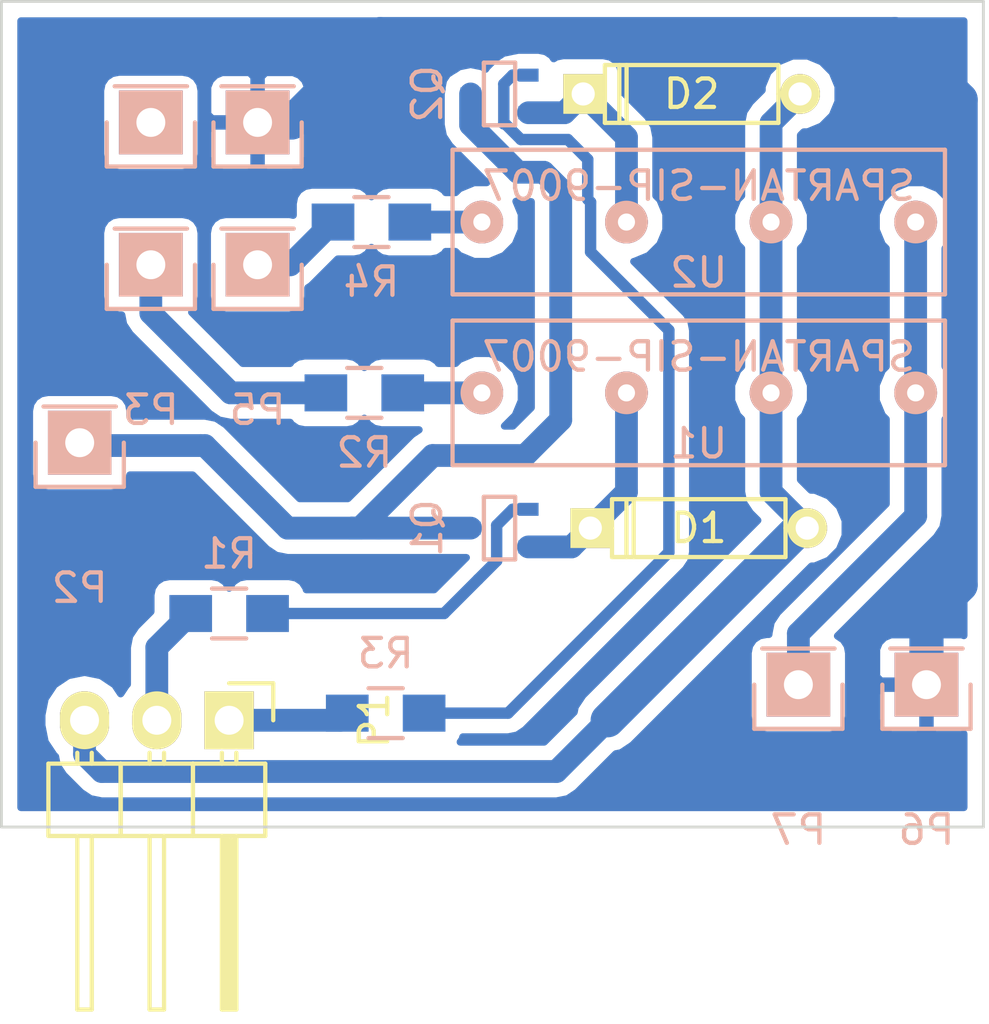
<source format=kicad_pcb>
(kicad_pcb (version 4) (host pcbnew "(after 2015-may-25 BZR unknown)-product")

  (general
    (links 21)
    (no_connects 0)
    (area 141.949999 94.949999 176.550001 124.050001)
    (thickness 1.6)
    (drawings 4)
    (tracks 83)
    (zones 0)
    (modules 18)
    (nets 15)
  )

  (page A4)
  (layers
    (0 F.Cu signal)
    (31 B.Cu signal)
    (32 B.Adhes user)
    (33 F.Adhes user)
    (34 B.Paste user)
    (35 F.Paste user)
    (36 B.SilkS user)
    (37 F.SilkS user)
    (38 B.Mask user)
    (39 F.Mask user)
    (40 Dwgs.User user)
    (41 Cmts.User user)
    (42 Eco1.User user)
    (43 Eco2.User user)
    (44 Edge.Cuts user)
    (45 Margin user)
    (46 B.CrtYd user)
    (47 F.CrtYd user)
    (48 B.Fab user)
    (49 F.Fab user)
  )

  (setup
    (last_trace_width 0.8)
    (user_trace_width 0.8)
    (user_trace_width 1.2)
    (trace_clearance 0.2)
    (zone_clearance 0.508)
    (zone_45_only no)
    (trace_min 0.2)
    (segment_width 0.2)
    (edge_width 0.1)
    (via_size 0.6)
    (via_drill 0.4)
    (via_min_size 0.4)
    (via_min_drill 0.3)
    (uvia_size 0.3)
    (uvia_drill 0.1)
    (uvias_allowed no)
    (uvia_min_size 0.2)
    (uvia_min_drill 0.1)
    (pcb_text_width 0.3)
    (pcb_text_size 1.5 1.5)
    (mod_edge_width 0.15)
    (mod_text_size 1 1)
    (mod_text_width 0.15)
    (pad_size 1.5 1.5)
    (pad_drill 0.6)
    (pad_to_mask_clearance 0)
    (aux_axis_origin 0 0)
    (visible_elements 7FFFFFFF)
    (pcbplotparams
      (layerselection 0x00030_80000001)
      (usegerberextensions false)
      (excludeedgelayer true)
      (linewidth 0.100000)
      (plotframeref false)
      (viasonmask false)
      (mode 1)
      (useauxorigin false)
      (hpglpennumber 1)
      (hpglpenspeed 20)
      (hpglpendiameter 15)
      (hpglpenoverlay 2)
      (psnegative false)
      (psa4output false)
      (plotreference true)
      (plotvalue true)
      (plotinvisibletext false)
      (padsonsilk false)
      (subtractmaskfromsilk false)
      (outputformat 1)
      (mirror false)
      (drillshape 1)
      (scaleselection 1)
      (outputdirectory svg))
  )

  (net 0 "")
  (net 1 "Net-(D1-Pad1)")
  (net 2 GND)
  (net 3 "Net-(D2-Pad1)")
  (net 4 /probeEn)
  (net 5 /workEn)
  (net 6 +12V)
  (net 7 /workI)
  (net 8 GNDA)
  (net 9 /probeI)
  (net 10 "Net-(P7-Pad1)")
  (net 11 "Net-(Q1-Pad1)")
  (net 12 "Net-(Q2-Pad1)")
  (net 13 "Net-(R2-Pad2)")
  (net 14 "Net-(R4-Pad2)")

  (net_class Default "This is the default net class."
    (clearance 0.2)
    (trace_width 0.4)
    (via_dia 0.6)
    (via_drill 0.4)
    (uvia_dia 0.3)
    (uvia_drill 0.1)
    (add_net +12V)
    (add_net /probeEn)
    (add_net /probeI)
    (add_net /workEn)
    (add_net /workI)
    (add_net GND)
    (add_net GNDA)
    (add_net "Net-(D1-Pad1)")
    (add_net "Net-(D2-Pad1)")
    (add_net "Net-(P7-Pad1)")
    (add_net "Net-(Q1-Pad1)")
    (add_net "Net-(Q2-Pad1)")
    (add_net "Net-(R2-Pad2)")
    (add_net "Net-(R4-Pad2)")
  )

  (module Discret:D3 (layer F.Cu) (tedit 0) (tstamp 55D624AC)
    (at 166.5 113.5 180)
    (descr "Diode 3 pas")
    (tags "DIODE DEV")
    (path /55D6588A)
    (fp_text reference D1 (at 0 0 180) (layer F.SilkS)
      (effects (font (size 1 1) (thickness 0.15)))
    )
    (fp_text value 1n5819 (at 0 0 180) (layer F.Fab)
      (effects (font (size 1 1) (thickness 0.15)))
    )
    (fp_line (start 3.81 0) (end 3.048 0) (layer F.SilkS) (width 0.15))
    (fp_line (start 3.048 0) (end 3.048 -1.016) (layer F.SilkS) (width 0.15))
    (fp_line (start 3.048 -1.016) (end -3.048 -1.016) (layer F.SilkS) (width 0.15))
    (fp_line (start -3.048 -1.016) (end -3.048 0) (layer F.SilkS) (width 0.15))
    (fp_line (start -3.048 0) (end -3.81 0) (layer F.SilkS) (width 0.15))
    (fp_line (start -3.048 0) (end -3.048 1.016) (layer F.SilkS) (width 0.15))
    (fp_line (start -3.048 1.016) (end 3.048 1.016) (layer F.SilkS) (width 0.15))
    (fp_line (start 3.048 1.016) (end 3.048 0) (layer F.SilkS) (width 0.15))
    (fp_line (start 2.54 -1.016) (end 2.54 1.016) (layer F.SilkS) (width 0.15))
    (fp_line (start 2.286 1.016) (end 2.286 -1.016) (layer F.SilkS) (width 0.15))
    (pad 1 thru_hole rect (at 3.81 0 180) (size 1.397 1.397) (drill 0.8128) (layers *.Cu *.Mask F.SilkS)
      (net 1 "Net-(D1-Pad1)"))
    (pad 2 thru_hole circle (at -3.81 0 180) (size 1.397 1.397) (drill 0.8128) (layers *.Cu *.Mask F.SilkS)
      (net 2 GND))
    (model Discret.3dshapes/D3.wrl
      (at (xyz 0 0 0))
      (scale (xyz 0.3 0.3 0.3))
      (rotate (xyz 0 0 0))
    )
  )

  (module Discret:D3 (layer F.Cu) (tedit 0) (tstamp 55D624B2)
    (at 166.25 98.25 180)
    (descr "Diode 3 pas")
    (tags "DIODE DEV")
    (path /55D65E48)
    (fp_text reference D2 (at 0 0 180) (layer F.SilkS)
      (effects (font (size 1 1) (thickness 0.15)))
    )
    (fp_text value 1n5819 (at 0 0 180) (layer F.Fab)
      (effects (font (size 1 1) (thickness 0.15)))
    )
    (fp_line (start 3.81 0) (end 3.048 0) (layer F.SilkS) (width 0.15))
    (fp_line (start 3.048 0) (end 3.048 -1.016) (layer F.SilkS) (width 0.15))
    (fp_line (start 3.048 -1.016) (end -3.048 -1.016) (layer F.SilkS) (width 0.15))
    (fp_line (start -3.048 -1.016) (end -3.048 0) (layer F.SilkS) (width 0.15))
    (fp_line (start -3.048 0) (end -3.81 0) (layer F.SilkS) (width 0.15))
    (fp_line (start -3.048 0) (end -3.048 1.016) (layer F.SilkS) (width 0.15))
    (fp_line (start -3.048 1.016) (end 3.048 1.016) (layer F.SilkS) (width 0.15))
    (fp_line (start 3.048 1.016) (end 3.048 0) (layer F.SilkS) (width 0.15))
    (fp_line (start 2.54 -1.016) (end 2.54 1.016) (layer F.SilkS) (width 0.15))
    (fp_line (start 2.286 1.016) (end 2.286 -1.016) (layer F.SilkS) (width 0.15))
    (pad 1 thru_hole rect (at 3.81 0 180) (size 1.397 1.397) (drill 0.8128) (layers *.Cu *.Mask F.SilkS)
      (net 3 "Net-(D2-Pad1)"))
    (pad 2 thru_hole circle (at -3.81 0 180) (size 1.397 1.397) (drill 0.8128) (layers *.Cu *.Mask F.SilkS)
      (net 2 GND))
    (model Discret.3dshapes/D3.wrl
      (at (xyz 0 0 0))
      (scale (xyz 0.3 0.3 0.3))
      (rotate (xyz 0 0 0))
    )
  )

  (module Pin_Headers:Pin_Header_Angled_1x03 (layer F.Cu) (tedit 0) (tstamp 55D624B9)
    (at 150 120.25 270)
    (descr "Through hole pin header")
    (tags "pin header")
    (path /55D66221)
    (fp_text reference P1 (at 0 -5.1 270) (layer F.SilkS)
      (effects (font (size 1 1) (thickness 0.15)))
    )
    (fp_text value CONN_01X03 (at 0 -3.1 270) (layer F.Fab)
      (effects (font (size 1 1) (thickness 0.15)))
    )
    (fp_line (start -1.5 -1.75) (end -1.5 6.85) (layer F.CrtYd) (width 0.05))
    (fp_line (start 10.65 -1.75) (end 10.65 6.85) (layer F.CrtYd) (width 0.05))
    (fp_line (start -1.5 -1.75) (end 10.65 -1.75) (layer F.CrtYd) (width 0.05))
    (fp_line (start -1.5 6.85) (end 10.65 6.85) (layer F.CrtYd) (width 0.05))
    (fp_line (start -1.3 -1.55) (end -1.3 0) (layer F.SilkS) (width 0.15))
    (fp_line (start 0 -1.55) (end -1.3 -1.55) (layer F.SilkS) (width 0.15))
    (fp_line (start 4.191 -0.127) (end 10.033 -0.127) (layer F.SilkS) (width 0.15))
    (fp_line (start 10.033 -0.127) (end 10.033 0.127) (layer F.SilkS) (width 0.15))
    (fp_line (start 10.033 0.127) (end 4.191 0.127) (layer F.SilkS) (width 0.15))
    (fp_line (start 4.191 0.127) (end 4.191 0) (layer F.SilkS) (width 0.15))
    (fp_line (start 4.191 0) (end 10.033 0) (layer F.SilkS) (width 0.15))
    (fp_line (start 1.524 -0.254) (end 1.143 -0.254) (layer F.SilkS) (width 0.15))
    (fp_line (start 1.524 0.254) (end 1.143 0.254) (layer F.SilkS) (width 0.15))
    (fp_line (start 1.524 2.286) (end 1.143 2.286) (layer F.SilkS) (width 0.15))
    (fp_line (start 1.524 2.794) (end 1.143 2.794) (layer F.SilkS) (width 0.15))
    (fp_line (start 1.524 4.826) (end 1.143 4.826) (layer F.SilkS) (width 0.15))
    (fp_line (start 1.524 5.334) (end 1.143 5.334) (layer F.SilkS) (width 0.15))
    (fp_line (start 4.064 1.27) (end 4.064 -1.27) (layer F.SilkS) (width 0.15))
    (fp_line (start 10.16 0.254) (end 4.064 0.254) (layer F.SilkS) (width 0.15))
    (fp_line (start 10.16 -0.254) (end 10.16 0.254) (layer F.SilkS) (width 0.15))
    (fp_line (start 4.064 -0.254) (end 10.16 -0.254) (layer F.SilkS) (width 0.15))
    (fp_line (start 1.524 1.27) (end 4.064 1.27) (layer F.SilkS) (width 0.15))
    (fp_line (start 1.524 -1.27) (end 1.524 1.27) (layer F.SilkS) (width 0.15))
    (fp_line (start 1.524 -1.27) (end 4.064 -1.27) (layer F.SilkS) (width 0.15))
    (fp_line (start 1.524 3.81) (end 4.064 3.81) (layer F.SilkS) (width 0.15))
    (fp_line (start 1.524 3.81) (end 1.524 6.35) (layer F.SilkS) (width 0.15))
    (fp_line (start 4.064 4.826) (end 10.16 4.826) (layer F.SilkS) (width 0.15))
    (fp_line (start 10.16 4.826) (end 10.16 5.334) (layer F.SilkS) (width 0.15))
    (fp_line (start 10.16 5.334) (end 4.064 5.334) (layer F.SilkS) (width 0.15))
    (fp_line (start 4.064 6.35) (end 4.064 3.81) (layer F.SilkS) (width 0.15))
    (fp_line (start 4.064 3.81) (end 4.064 1.27) (layer F.SilkS) (width 0.15))
    (fp_line (start 10.16 2.794) (end 4.064 2.794) (layer F.SilkS) (width 0.15))
    (fp_line (start 10.16 2.286) (end 10.16 2.794) (layer F.SilkS) (width 0.15))
    (fp_line (start 4.064 2.286) (end 10.16 2.286) (layer F.SilkS) (width 0.15))
    (fp_line (start 1.524 3.81) (end 4.064 3.81) (layer F.SilkS) (width 0.15))
    (fp_line (start 1.524 1.27) (end 1.524 3.81) (layer F.SilkS) (width 0.15))
    (fp_line (start 1.524 1.27) (end 4.064 1.27) (layer F.SilkS) (width 0.15))
    (fp_line (start 1.524 6.35) (end 4.064 6.35) (layer F.SilkS) (width 0.15))
    (pad 1 thru_hole rect (at 0 0 270) (size 2.032 1.7272) (drill 1.016) (layers *.Cu *.Mask F.SilkS)
      (net 4 /probeEn))
    (pad 2 thru_hole oval (at 0 2.54 270) (size 2.032 1.7272) (drill 1.016) (layers *.Cu *.Mask F.SilkS)
      (net 5 /workEn))
    (pad 3 thru_hole oval (at 0 5.08 270) (size 2.032 1.7272) (drill 1.016) (layers *.Cu *.Mask F.SilkS)
      (net 2 GND))
    (model Pin_Headers.3dshapes/Pin_Header_Angled_1x03.wrl
      (at (xyz 0 -0.1 0))
      (scale (xyz 1 1 1))
      (rotate (xyz 0 0 90))
    )
  )

  (module Pin_Headers:Pin_Header_Straight_1x01 (layer B.Cu) (tedit 54EA08DC) (tstamp 55D624BE)
    (at 144.75 110.5)
    (descr "Through hole pin header")
    (tags "pin header")
    (path /55D66996)
    (fp_text reference P2 (at 0 5.1) (layer B.SilkS)
      (effects (font (size 1 1) (thickness 0.15)) (justify mirror))
    )
    (fp_text value 12V (at 0 3.1) (layer B.Fab)
      (effects (font (size 1 1) (thickness 0.15)) (justify mirror))
    )
    (fp_line (start 1.55 1.55) (end 1.55 0) (layer B.SilkS) (width 0.15))
    (fp_line (start -1.75 1.75) (end -1.75 -1.75) (layer B.CrtYd) (width 0.05))
    (fp_line (start 1.75 1.75) (end 1.75 -1.75) (layer B.CrtYd) (width 0.05))
    (fp_line (start -1.75 1.75) (end 1.75 1.75) (layer B.CrtYd) (width 0.05))
    (fp_line (start -1.75 -1.75) (end 1.75 -1.75) (layer B.CrtYd) (width 0.05))
    (fp_line (start -1.55 0) (end -1.55 1.55) (layer B.SilkS) (width 0.15))
    (fp_line (start -1.55 1.55) (end 1.55 1.55) (layer B.SilkS) (width 0.15))
    (fp_line (start -1.27 -1.27) (end 1.27 -1.27) (layer B.SilkS) (width 0.15))
    (pad 1 thru_hole rect (at 0 0) (size 2.2352 2.2352) (drill 1.016) (layers *.Cu *.Mask B.SilkS)
      (net 6 +12V))
    (model Pin_Headers.3dshapes/Pin_Header_Straight_1x01.wrl
      (at (xyz 0 0 0))
      (scale (xyz 1 1 1))
      (rotate (xyz 0 0 90))
    )
  )

  (module Pin_Headers:Pin_Header_Straight_1x01 (layer B.Cu) (tedit 55D6259C) (tstamp 55D624C3)
    (at 147.25 104.25)
    (descr "Through hole pin header")
    (tags "pin header")
    (path /55D6706D)
    (fp_text reference P3 (at 0 5.1) (layer B.SilkS)
      (effects (font (size 1 1) (thickness 0.15)) (justify mirror))
    )
    (fp_text value work (at 0 -2.5) (layer B.Fab)
      (effects (font (size 1 1) (thickness 0.15)) (justify mirror))
    )
    (fp_line (start 1.55 1.55) (end 1.55 0) (layer B.SilkS) (width 0.15))
    (fp_line (start -1.75 1.75) (end -1.75 -1.75) (layer B.CrtYd) (width 0.05))
    (fp_line (start 1.75 1.75) (end 1.75 -1.75) (layer B.CrtYd) (width 0.05))
    (fp_line (start -1.75 1.75) (end 1.75 1.75) (layer B.CrtYd) (width 0.05))
    (fp_line (start -1.75 -1.75) (end 1.75 -1.75) (layer B.CrtYd) (width 0.05))
    (fp_line (start -1.55 0) (end -1.55 1.55) (layer B.SilkS) (width 0.15))
    (fp_line (start -1.55 1.55) (end 1.55 1.55) (layer B.SilkS) (width 0.15))
    (fp_line (start -1.27 -1.27) (end 1.27 -1.27) (layer B.SilkS) (width 0.15))
    (pad 1 thru_hole rect (at 0 0) (size 2.2352 2.2352) (drill 1.016) (layers *.Cu *.Mask B.SilkS)
      (net 7 /workI))
    (model Pin_Headers.3dshapes/Pin_Header_Straight_1x01.wrl
      (at (xyz 0 0 0))
      (scale (xyz 1 1 1))
      (rotate (xyz 0 0 90))
    )
  )

  (module Pin_Headers:Pin_Header_Straight_1x01 (layer B.Cu) (tedit 55D6259F) (tstamp 55D624C8)
    (at 147.25 99.25)
    (descr "Through hole pin header")
    (tags "pin header")
    (path /55D67DA9)
    (fp_text reference P4 (at 0 5.1) (layer B.SilkS)
      (effects (font (size 1 1) (thickness 0.15)) (justify mirror))
    )
    (fp_text value work (at 0.25 -2.25) (layer B.Fab)
      (effects (font (size 1 1) (thickness 0.15)) (justify mirror))
    )
    (fp_line (start 1.55 1.55) (end 1.55 0) (layer B.SilkS) (width 0.15))
    (fp_line (start -1.75 1.75) (end -1.75 -1.75) (layer B.CrtYd) (width 0.05))
    (fp_line (start 1.75 1.75) (end 1.75 -1.75) (layer B.CrtYd) (width 0.05))
    (fp_line (start -1.75 1.75) (end 1.75 1.75) (layer B.CrtYd) (width 0.05))
    (fp_line (start -1.75 -1.75) (end 1.75 -1.75) (layer B.CrtYd) (width 0.05))
    (fp_line (start -1.55 0) (end -1.55 1.55) (layer B.SilkS) (width 0.15))
    (fp_line (start -1.55 1.55) (end 1.55 1.55) (layer B.SilkS) (width 0.15))
    (fp_line (start -1.27 -1.27) (end 1.27 -1.27) (layer B.SilkS) (width 0.15))
    (pad 1 thru_hole rect (at 0 0) (size 2.2352 2.2352) (drill 1.016) (layers *.Cu *.Mask B.SilkS))
    (model Pin_Headers.3dshapes/Pin_Header_Straight_1x01.wrl
      (at (xyz 0 0 0))
      (scale (xyz 1 1 1))
      (rotate (xyz 0 0 90))
    )
  )

  (module Pin_Headers:Pin_Header_Straight_1x01 (layer B.Cu) (tedit 54EA08DC) (tstamp 55D624CD)
    (at 151 104.25)
    (descr "Through hole pin header")
    (tags "pin header")
    (path /55D67304)
    (fp_text reference P5 (at 0 5.1) (layer B.SilkS)
      (effects (font (size 1 1) (thickness 0.15)) (justify mirror))
    )
    (fp_text value probe (at 0 3.1) (layer B.Fab)
      (effects (font (size 1 1) (thickness 0.15)) (justify mirror))
    )
    (fp_line (start 1.55 1.55) (end 1.55 0) (layer B.SilkS) (width 0.15))
    (fp_line (start -1.75 1.75) (end -1.75 -1.75) (layer B.CrtYd) (width 0.05))
    (fp_line (start 1.75 1.75) (end 1.75 -1.75) (layer B.CrtYd) (width 0.05))
    (fp_line (start -1.75 1.75) (end 1.75 1.75) (layer B.CrtYd) (width 0.05))
    (fp_line (start -1.75 -1.75) (end 1.75 -1.75) (layer B.CrtYd) (width 0.05))
    (fp_line (start -1.55 0) (end -1.55 1.55) (layer B.SilkS) (width 0.15))
    (fp_line (start -1.55 1.55) (end 1.55 1.55) (layer B.SilkS) (width 0.15))
    (fp_line (start -1.27 -1.27) (end 1.27 -1.27) (layer B.SilkS) (width 0.15))
    (pad 1 thru_hole rect (at 0 0) (size 2.2352 2.2352) (drill 1.016) (layers *.Cu *.Mask B.SilkS)
      (net 9 /probeI))
    (model Pin_Headers.3dshapes/Pin_Header_Straight_1x01.wrl
      (at (xyz 0 0 0))
      (scale (xyz 1 1 1))
      (rotate (xyz 0 0 90))
    )
  )

  (module Pin_Headers:Pin_Header_Straight_1x01 (layer B.Cu) (tedit 54EA08DC) (tstamp 55D624D2)
    (at 174.5 119)
    (descr "Through hole pin header")
    (tags "pin header")
    (path /55D67E61)
    (fp_text reference P6 (at 0 5.1) (layer B.SilkS)
      (effects (font (size 1 1) (thickness 0.15)) (justify mirror))
    )
    (fp_text value probe (at 0 3.1) (layer B.Fab)
      (effects (font (size 1 1) (thickness 0.15)) (justify mirror))
    )
    (fp_line (start 1.55 1.55) (end 1.55 0) (layer B.SilkS) (width 0.15))
    (fp_line (start -1.75 1.75) (end -1.75 -1.75) (layer B.CrtYd) (width 0.05))
    (fp_line (start 1.75 1.75) (end 1.75 -1.75) (layer B.CrtYd) (width 0.05))
    (fp_line (start -1.75 1.75) (end 1.75 1.75) (layer B.CrtYd) (width 0.05))
    (fp_line (start -1.75 -1.75) (end 1.75 -1.75) (layer B.CrtYd) (width 0.05))
    (fp_line (start -1.55 0) (end -1.55 1.55) (layer B.SilkS) (width 0.15))
    (fp_line (start -1.55 1.55) (end 1.55 1.55) (layer B.SilkS) (width 0.15))
    (fp_line (start -1.27 -1.27) (end 1.27 -1.27) (layer B.SilkS) (width 0.15))
    (pad 1 thru_hole rect (at 0 0) (size 2.2352 2.2352) (drill 1.016) (layers *.Cu *.Mask B.SilkS)
      (net 8 GNDA))
    (model Pin_Headers.3dshapes/Pin_Header_Straight_1x01.wrl
      (at (xyz 0 0 0))
      (scale (xyz 1 1 1))
      (rotate (xyz 0 0 90))
    )
  )

  (module Pin_Headers:Pin_Header_Straight_1x01 (layer B.Cu) (tedit 54EA08DC) (tstamp 55D624D7)
    (at 170 119)
    (descr "Through hole pin header")
    (tags "pin header")
    (path /55D65E7F)
    (fp_text reference P7 (at 0 5.1) (layer B.SilkS)
      (effects (font (size 1 1) (thickness 0.15)) (justify mirror))
    )
    (fp_text value output (at 0 3.1) (layer B.Fab)
      (effects (font (size 1 1) (thickness 0.15)) (justify mirror))
    )
    (fp_line (start 1.55 1.55) (end 1.55 0) (layer B.SilkS) (width 0.15))
    (fp_line (start -1.75 1.75) (end -1.75 -1.75) (layer B.CrtYd) (width 0.05))
    (fp_line (start 1.75 1.75) (end 1.75 -1.75) (layer B.CrtYd) (width 0.05))
    (fp_line (start -1.75 1.75) (end 1.75 1.75) (layer B.CrtYd) (width 0.05))
    (fp_line (start -1.75 -1.75) (end 1.75 -1.75) (layer B.CrtYd) (width 0.05))
    (fp_line (start -1.55 0) (end -1.55 1.55) (layer B.SilkS) (width 0.15))
    (fp_line (start -1.55 1.55) (end 1.55 1.55) (layer B.SilkS) (width 0.15))
    (fp_line (start -1.27 -1.27) (end 1.27 -1.27) (layer B.SilkS) (width 0.15))
    (pad 1 thru_hole rect (at 0 0) (size 2.2352 2.2352) (drill 1.016) (layers *.Cu *.Mask B.SilkS)
      (net 10 "Net-(P7-Pad1)"))
    (model Pin_Headers.3dshapes/Pin_Header_Straight_1x01.wrl
      (at (xyz 0 0 0))
      (scale (xyz 1 1 1))
      (rotate (xyz 0 0 90))
    )
  )

  (module Pin_Headers:Pin_Header_Straight_1x01 (layer B.Cu) (tedit 54EA08DC) (tstamp 55D624DC)
    (at 151 99.25)
    (descr "Through hole pin header")
    (tags "pin header")
    (path /55D6A2FA)
    (fp_text reference P8 (at 0 5.1) (layer B.SilkS)
      (effects (font (size 1 1) (thickness 0.15)) (justify mirror))
    )
    (fp_text value "output gnd" (at 0 3.1) (layer B.Fab)
      (effects (font (size 1 1) (thickness 0.15)) (justify mirror))
    )
    (fp_line (start 1.55 1.55) (end 1.55 0) (layer B.SilkS) (width 0.15))
    (fp_line (start -1.75 1.75) (end -1.75 -1.75) (layer B.CrtYd) (width 0.05))
    (fp_line (start 1.75 1.75) (end 1.75 -1.75) (layer B.CrtYd) (width 0.05))
    (fp_line (start -1.75 1.75) (end 1.75 1.75) (layer B.CrtYd) (width 0.05))
    (fp_line (start -1.75 -1.75) (end 1.75 -1.75) (layer B.CrtYd) (width 0.05))
    (fp_line (start -1.55 0) (end -1.55 1.55) (layer B.SilkS) (width 0.15))
    (fp_line (start -1.55 1.55) (end 1.55 1.55) (layer B.SilkS) (width 0.15))
    (fp_line (start -1.27 -1.27) (end 1.27 -1.27) (layer B.SilkS) (width 0.15))
    (pad 1 thru_hole rect (at 0 0) (size 2.2352 2.2352) (drill 1.016) (layers *.Cu *.Mask B.SilkS)
      (net 8 GNDA))
    (model Pin_Headers.3dshapes/Pin_Header_Straight_1x01.wrl
      (at (xyz 0 0 0))
      (scale (xyz 1 1 1))
      (rotate (xyz 0 0 90))
    )
  )

  (module Resistors_SMD:R_0805_HandSoldering (layer B.Cu) (tedit 54189DEE) (tstamp 55D624F0)
    (at 150 116.5 180)
    (descr "Resistor SMD 0805, hand soldering")
    (tags "resistor 0805")
    (path /55D65B50)
    (attr smd)
    (fp_text reference R1 (at 0 2.1 180) (layer B.SilkS)
      (effects (font (size 1 1) (thickness 0.15)) (justify mirror))
    )
    (fp_text value "1k 5%" (at 0 -2.1 180) (layer B.Fab)
      (effects (font (size 1 1) (thickness 0.15)) (justify mirror))
    )
    (fp_line (start -2.4 1) (end 2.4 1) (layer B.CrtYd) (width 0.05))
    (fp_line (start -2.4 -1) (end 2.4 -1) (layer B.CrtYd) (width 0.05))
    (fp_line (start -2.4 1) (end -2.4 -1) (layer B.CrtYd) (width 0.05))
    (fp_line (start 2.4 1) (end 2.4 -1) (layer B.CrtYd) (width 0.05))
    (fp_line (start 0.6 -0.875) (end -0.6 -0.875) (layer B.SilkS) (width 0.15))
    (fp_line (start -0.6 0.875) (end 0.6 0.875) (layer B.SilkS) (width 0.15))
    (pad 1 smd rect (at -1.35 0 180) (size 1.5 1.3) (layers B.Cu B.Paste B.Mask)
      (net 11 "Net-(Q1-Pad1)"))
    (pad 2 smd rect (at 1.35 0 180) (size 1.5 1.3) (layers B.Cu B.Paste B.Mask)
      (net 5 /workEn))
    (model Resistors_SMD.3dshapes/R_0805_HandSoldering.wrl
      (at (xyz 0 0 0))
      (scale (xyz 1 1 1))
      (rotate (xyz 0 0 0))
    )
  )

  (module Resistors_SMD:R_0805_HandSoldering (layer B.Cu) (tedit 54189DEE) (tstamp 55D624F6)
    (at 154.75 108.75)
    (descr "Resistor SMD 0805, hand soldering")
    (tags "resistor 0805")
    (path /55D619ED)
    (attr smd)
    (fp_text reference R2 (at 0 2.1) (layer B.SilkS)
      (effects (font (size 1 1) (thickness 0.15)) (justify mirror))
    )
    (fp_text value "1k 5%" (at 0 -2.1) (layer B.Fab)
      (effects (font (size 1 1) (thickness 0.15)) (justify mirror))
    )
    (fp_line (start -2.4 1) (end 2.4 1) (layer B.CrtYd) (width 0.05))
    (fp_line (start -2.4 -1) (end 2.4 -1) (layer B.CrtYd) (width 0.05))
    (fp_line (start -2.4 1) (end -2.4 -1) (layer B.CrtYd) (width 0.05))
    (fp_line (start 2.4 1) (end 2.4 -1) (layer B.CrtYd) (width 0.05))
    (fp_line (start 0.6 -0.875) (end -0.6 -0.875) (layer B.SilkS) (width 0.15))
    (fp_line (start -0.6 0.875) (end 0.6 0.875) (layer B.SilkS) (width 0.15))
    (pad 1 smd rect (at -1.35 0) (size 1.5 1.3) (layers B.Cu B.Paste B.Mask)
      (net 7 /workI))
    (pad 2 smd rect (at 1.35 0) (size 1.5 1.3) (layers B.Cu B.Paste B.Mask)
      (net 13 "Net-(R2-Pad2)"))
    (model Resistors_SMD.3dshapes/R_0805_HandSoldering.wrl
      (at (xyz 0 0 0))
      (scale (xyz 1 1 1))
      (rotate (xyz 0 0 0))
    )
  )

  (module Resistors_SMD:R_0805_HandSoldering (layer B.Cu) (tedit 54189DEE) (tstamp 55D624FC)
    (at 155.5 120 180)
    (descr "Resistor SMD 0805, hand soldering")
    (tags "resistor 0805")
    (path /55D65E63)
    (attr smd)
    (fp_text reference R3 (at 0 2.1 180) (layer B.SilkS)
      (effects (font (size 1 1) (thickness 0.15)) (justify mirror))
    )
    (fp_text value "1k 5%" (at 0 -2.1 180) (layer B.Fab)
      (effects (font (size 1 1) (thickness 0.15)) (justify mirror))
    )
    (fp_line (start -2.4 1) (end 2.4 1) (layer B.CrtYd) (width 0.05))
    (fp_line (start -2.4 -1) (end 2.4 -1) (layer B.CrtYd) (width 0.05))
    (fp_line (start -2.4 1) (end -2.4 -1) (layer B.CrtYd) (width 0.05))
    (fp_line (start 2.4 1) (end 2.4 -1) (layer B.CrtYd) (width 0.05))
    (fp_line (start 0.6 -0.875) (end -0.6 -0.875) (layer B.SilkS) (width 0.15))
    (fp_line (start -0.6 0.875) (end 0.6 0.875) (layer B.SilkS) (width 0.15))
    (pad 1 smd rect (at -1.35 0 180) (size 1.5 1.3) (layers B.Cu B.Paste B.Mask)
      (net 12 "Net-(Q2-Pad1)"))
    (pad 2 smd rect (at 1.35 0 180) (size 1.5 1.3) (layers B.Cu B.Paste B.Mask)
      (net 4 /probeEn))
    (model Resistors_SMD.3dshapes/R_0805_HandSoldering.wrl
      (at (xyz 0 0 0))
      (scale (xyz 1 1 1))
      (rotate (xyz 0 0 0))
    )
  )

  (module Resistors_SMD:R_0805_HandSoldering (layer B.Cu) (tedit 54189DEE) (tstamp 55D62502)
    (at 155 102.75)
    (descr "Resistor SMD 0805, hand soldering")
    (tags "resistor 0805")
    (path /55D65E40)
    (attr smd)
    (fp_text reference R4 (at 0 2.1) (layer B.SilkS)
      (effects (font (size 1 1) (thickness 0.15)) (justify mirror))
    )
    (fp_text value "1k 5%" (at 0 -2.1) (layer B.Fab)
      (effects (font (size 1 1) (thickness 0.15)) (justify mirror))
    )
    (fp_line (start -2.4 1) (end 2.4 1) (layer B.CrtYd) (width 0.05))
    (fp_line (start -2.4 -1) (end 2.4 -1) (layer B.CrtYd) (width 0.05))
    (fp_line (start -2.4 1) (end -2.4 -1) (layer B.CrtYd) (width 0.05))
    (fp_line (start 2.4 1) (end 2.4 -1) (layer B.CrtYd) (width 0.05))
    (fp_line (start 0.6 -0.875) (end -0.6 -0.875) (layer B.SilkS) (width 0.15))
    (fp_line (start -0.6 0.875) (end 0.6 0.875) (layer B.SilkS) (width 0.15))
    (pad 1 smd rect (at -1.35 0) (size 1.5 1.3) (layers B.Cu B.Paste B.Mask)
      (net 9 /probeI))
    (pad 2 smd rect (at 1.35 0) (size 1.5 1.3) (layers B.Cu B.Paste B.Mask)
      (net 14 "Net-(R4-Pad2)"))
    (model Resistors_SMD.3dshapes/R_0805_HandSoldering.wrl
      (at (xyz 0 0 0))
      (scale (xyz 1 1 1))
      (rotate (xyz 0 0 0))
    )
  )

  (module sparta-sip-9007:SPARTAN-SIP-9007 (layer B.Cu) (tedit 5485E72A) (tstamp 55D6250A)
    (at 166.5 108.75)
    (path /55D61984)
    (fp_text reference U1 (at 0 1.778) (layer B.SilkS)
      (effects (font (size 1 1) (thickness 0.15)) (justify mirror))
    )
    (fp_text value SPARTAN-SIP-9007 (at 0 -1.27) (layer B.SilkS)
      (effects (font (size 1 1) (thickness 0.15)) (justify mirror))
    )
    (fp_line (start -8.65 -2.54) (end 8.65 -2.54) (layer B.SilkS) (width 0.15))
    (fp_line (start -8.65 2.54) (end 8.65 2.54) (layer B.SilkS) (width 0.15))
    (fp_line (start 8.65 2.54) (end 8.65 -2.54) (layer B.SilkS) (width 0.15))
    (fp_line (start -8.65 2.54) (end -8.65 -2.54) (layer B.SilkS) (width 0.15))
    (pad 2 thru_hole circle (at -2.54 0) (size 1.5 1.5) (drill 0.6) (layers *.Cu *.Mask B.SilkS)
      (net 1 "Net-(D1-Pad1)"))
    (pad 3 thru_hole circle (at 2.54 0) (size 1.5 1.5) (drill 0.6) (layers *.Cu *.Mask B.SilkS)
      (net 2 GND))
    (pad 1 thru_hole circle (at -7.62 0) (size 1.5 1.5) (drill 0.6) (layers *.Cu *.Mask B.SilkS)
      (net 13 "Net-(R2-Pad2)"))
    (pad 4 thru_hole circle (at 7.62 0) (size 1.5 1.5) (drill 0.6) (layers *.Cu *.Mask B.SilkS)
      (net 10 "Net-(P7-Pad1)"))
  )

  (module sparta-sip-9007:SPARTAN-SIP-9007 (layer B.Cu) (tedit 5485E72A) (tstamp 55D62512)
    (at 166.5 102.75)
    (path /55D65E36)
    (fp_text reference U2 (at 0 1.778) (layer B.SilkS)
      (effects (font (size 1 1) (thickness 0.15)) (justify mirror))
    )
    (fp_text value SPARTAN-SIP-9007 (at 0 -1.27) (layer B.SilkS)
      (effects (font (size 1 1) (thickness 0.15)) (justify mirror))
    )
    (fp_line (start -8.65 -2.54) (end 8.65 -2.54) (layer B.SilkS) (width 0.15))
    (fp_line (start -8.65 2.54) (end 8.65 2.54) (layer B.SilkS) (width 0.15))
    (fp_line (start 8.65 2.54) (end 8.65 -2.54) (layer B.SilkS) (width 0.15))
    (fp_line (start -8.65 2.54) (end -8.65 -2.54) (layer B.SilkS) (width 0.15))
    (pad 2 thru_hole circle (at -2.54 0) (size 1.5 1.5) (drill 0.6) (layers *.Cu *.Mask B.SilkS)
      (net 3 "Net-(D2-Pad1)"))
    (pad 3 thru_hole circle (at 2.54 0) (size 1.5 1.5) (drill 0.6) (layers *.Cu *.Mask B.SilkS)
      (net 2 GND))
    (pad 1 thru_hole circle (at -7.62 0) (size 1.5 1.5) (drill 0.6) (layers *.Cu *.Mask B.SilkS)
      (net 14 "Net-(R4-Pad2)"))
    (pad 4 thru_hole circle (at 7.62 0) (size 1.5 1.5) (drill 0.6) (layers *.Cu *.Mask B.SilkS)
      (net 10 "Net-(P7-Pad1)"))
  )

  (module libs:sot23 (layer B.Cu) (tedit 55D62AC5) (tstamp 55D62C64)
    (at 159.5 113.5 270)
    (descr SOT23)
    (path /55D658F6)
    (attr smd)
    (fp_text reference Q1 (at 0 2.54 270) (layer B.SilkS)
      (effects (font (size 1 1) (thickness 0.15)) (justify mirror))
    )
    (fp_text value bc847 (at 0 -2.54 270) (layer B.Fab)
      (effects (font (size 1 1) (thickness 0.15)) (justify mirror))
    )
    (fp_line (start -1.1 0.55) (end -1.1 -0.55) (layer B.SilkS) (width 0.15))
    (fp_line (start -1.1 -0.55) (end 1.1 -0.55) (layer B.SilkS) (width 0.15))
    (fp_line (start 1.1 -0.55) (end 1.1 0.55) (layer B.SilkS) (width 0.15))
    (fp_line (start 1.1 0.55) (end -1.05 0.55) (layer B.SilkS) (width 0.15))
    (fp_line (start -1.05 0.55) (end -1.1 0.55) (layer B.SilkS) (width 0.15))
    (pad 1 smd rect (at -0.6604 -1.016 270) (size 0.4572 0.7112) (layers B.Cu B.Paste B.Mask)
      (net 11 "Net-(Q1-Pad1)"))
    (pad 3 smd rect (at 0.6604 -1.016 270) (size 0.4572 0.7112) (layers B.Cu B.Paste B.Mask)
      (net 1 "Net-(D1-Pad1)"))
    (pad 2 smd rect (at 0 1.016 270) (size 0.4572 0.7112) (layers B.Cu B.Paste B.Mask)
      (net 6 +12V))
    (model Transistors_SMD.3dshapes/sc70.wrl
      (at (xyz 0 0 0))
      (scale (xyz 1 1 1))
      (rotate (xyz 0 0 0))
    )
  )

  (module libs:sot23 (layer B.Cu) (tedit 55D62AC5) (tstamp 55D62C6A)
    (at 159.5 98.25 270)
    (descr SOT23)
    (path /55D65E4E)
    (attr smd)
    (fp_text reference Q2 (at 0 2.54 270) (layer B.SilkS)
      (effects (font (size 1 1) (thickness 0.15)) (justify mirror))
    )
    (fp_text value bc847 (at 0 -2.54 270) (layer B.Fab)
      (effects (font (size 1 1) (thickness 0.15)) (justify mirror))
    )
    (fp_line (start -1.1 0.55) (end -1.1 -0.55) (layer B.SilkS) (width 0.15))
    (fp_line (start -1.1 -0.55) (end 1.1 -0.55) (layer B.SilkS) (width 0.15))
    (fp_line (start 1.1 -0.55) (end 1.1 0.55) (layer B.SilkS) (width 0.15))
    (fp_line (start 1.1 0.55) (end -1.05 0.55) (layer B.SilkS) (width 0.15))
    (fp_line (start -1.05 0.55) (end -1.1 0.55) (layer B.SilkS) (width 0.15))
    (pad 1 smd rect (at -0.6604 -1.016 270) (size 0.4572 0.7112) (layers B.Cu B.Paste B.Mask)
      (net 12 "Net-(Q2-Pad1)"))
    (pad 3 smd rect (at 0.6604 -1.016 270) (size 0.4572 0.7112) (layers B.Cu B.Paste B.Mask)
      (net 3 "Net-(D2-Pad1)"))
    (pad 2 smd rect (at 0 1.016 270) (size 0.4572 0.7112) (layers B.Cu B.Paste B.Mask)
      (net 6 +12V))
    (model Transistors_SMD.3dshapes/sc70.wrl
      (at (xyz 0 0 0))
      (scale (xyz 1 1 1))
      (rotate (xyz 0 0 0))
    )
  )

  (gr_line (start 176.5 124) (end 142 124) (angle 90) (layer Edge.Cuts) (width 0.1))
  (gr_line (start 176.5 95) (end 176.5 124) (angle 90) (layer Edge.Cuts) (width 0.1))
  (gr_line (start 142 95) (end 176.5 95) (angle 90) (layer Edge.Cuts) (width 0.1))
  (gr_line (start 142 124) (end 142 95) (angle 90) (layer Edge.Cuts) (width 0.1))

  (segment (start 162.0296 114.1604) (end 162.69 113.5) (width 0.8) (layer B.Cu) (net 1) (tstamp 55D62E7B))
  (segment (start 160.516 114.1604) (end 162.0296 114.1604) (width 0.8) (layer B.Cu) (net 1))
  (segment (start 163.96 112.23) (end 163.96 108.75) (width 0.8) (layer B.Cu) (net 1) (tstamp 55D62E7E))
  (segment (start 162.69 113.5) (end 163.96 112.23) (width 0.8) (layer B.Cu) (net 1))
  (segment (start 144.92 120.25) (end 144.92 121.445) (width 0.8) (layer B.Cu) (net 2) (status 400000))
  (segment (start 163.3 120.25) (end 170.05 113.5) (width 1.2) (layer B.Cu) (net 2) (tstamp 55D62FA3))
  (segment (start 161.5 122.05) (end 163.3 120.25) (width 0.8) (layer B.Cu) (net 2) (tstamp 55D63A1B))
  (segment (start 145.525 122.05) (end 161.5 122.05) (width 0.8) (layer B.Cu) (net 2) (tstamp 55D63A18))
  (segment (start 144.92 121.445) (end 145.525 122.05) (width 0.8) (layer B.Cu) (net 2) (tstamp 55D63A17))
  (segment (start 170.25 98.44) (end 170.06 98.25) (width 0.8) (layer F.Cu) (net 2) (tstamp 55D626A6))
  (segment (start 169.04 99.27) (end 170.06 98.25) (width 0.8) (layer B.Cu) (net 2) (tstamp 55D62E72))
  (segment (start 169.04 102.75) (end 169.04 99.27) (width 0.8) (layer B.Cu) (net 2))
  (segment (start 169.04 102.75) (end 169.04 108.75) (width 0.8) (layer B.Cu) (net 2))
  (segment (start 169.04 112.23) (end 170.31 113.5) (width 0.8) (layer B.Cu) (net 2) (tstamp 55D62E78))
  (segment (start 169.04 108.75) (end 169.04 112.23) (width 0.8) (layer B.Cu) (net 2))
  (segment (start 170.05 113.5) (end 170.31 113.5) (width 1.2) (layer B.Cu) (net 2) (tstamp 55D62FAA))
  (segment (start 161.7796 98.9104) (end 162.44 98.25) (width 0.8) (layer B.Cu) (net 3) (tstamp 55D62E67))
  (segment (start 160.516 98.9104) (end 161.7796 98.9104) (width 0.8) (layer B.Cu) (net 3))
  (segment (start 163.96 99.77) (end 162.44 98.25) (width 0.8) (layer B.Cu) (net 3) (tstamp 55D62E87))
  (segment (start 163.96 102.75) (end 163.96 99.77) (width 0.8) (layer B.Cu) (net 3))
  (segment (start 150 120.25) (end 153.9 120.25) (width 0.8) (layer B.Cu) (net 4) (status C00000))
  (segment (start 153.9 120.25) (end 154.15 120) (width 0.8) (layer B.Cu) (net 4) (tstamp 55D63A0F) (status C00000))
  (segment (start 150 120.25) (end 150 120) (width 0.8) (layer F.Cu) (net 4))
  (segment (start 147.46 120.25) (end 147.46 117.69) (width 0.8) (layer B.Cu) (net 5) (status 400000))
  (segment (start 147.46 117.69) (end 148.65 116.5) (width 0.8) (layer B.Cu) (net 5) (tstamp 55D63A14) (status 800000))
  (segment (start 144.85 110.6) (end 144.75 110.5) (width 0.8) (layer B.Cu) (net 6) (tstamp 55D62EAE))
  (segment (start 149 110.6) (end 144.85 110.6) (width 0.8) (layer B.Cu) (net 6) (tstamp 55D62EB3))
  (segment (start 158.484 113.5) (end 155.25 113.5) (width 0.8) (layer B.Cu) (net 6))
  (segment (start 149.15 110.6) (end 152.05 113.5) (width 0.8) (layer B.Cu) (net 6) (tstamp 55D62EB5))
  (segment (start 154.3 113.5) (end 155.25 113.5) (width 0.8) (layer B.Cu) (net 6) (tstamp 55D62F69))
  (segment (start 152.05 113.5) (end 154.3 113.5) (width 0.8) (layer B.Cu) (net 6) (tstamp 55D62EB6))
  (segment (start 149 110.6) (end 149.15 110.6) (width 0.8) (layer B.Cu) (net 6))
  (segment (start 154.6 113.5) (end 157.15 110.95) (width 0.8) (layer B.Cu) (net 6) (tstamp 55D62F6B))
  (segment (start 157.15 110.95) (end 160.4 110.95) (width 0.8) (layer B.Cu) (net 6) (tstamp 55D62F6D))
  (segment (start 158.484 99.1) (end 158.484 98.25) (width 0.8) (layer B.Cu) (net 6) (tstamp 55D62F8D))
  (segment (start 154.3 113.5) (end 154.6 113.5) (width 0.8) (layer B.Cu) (net 6))
  (segment (start 158.484 99.334) (end 160.15 101) (width 0.8) (layer B.Cu) (net 6) (tstamp 55D62F8F))
  (segment (start 160.15 101) (end 161.05 101) (width 0.8) (layer B.Cu) (net 6) (tstamp 55D62F91))
  (segment (start 161.05 101) (end 161.65 101.6) (width 0.8) (layer B.Cu) (net 6) (tstamp 55D62F92))
  (segment (start 161.65 101.6) (end 161.65 109.7) (width 0.8) (layer B.Cu) (net 6) (tstamp 55D62F93))
  (segment (start 161.65 109.7) (end 160.4 110.95) (width 0.8) (layer B.Cu) (net 6) (tstamp 55D62F95))
  (segment (start 158.484 99.1) (end 158.484 99.334) (width 0.8) (layer B.Cu) (net 6))
  (segment (start 150.05 108.75) (end 147.25 105.95) (width 0.8) (layer B.Cu) (net 7) (tstamp 55D62E91))
  (segment (start 147.25 105.95) (end 147.25 104.25) (width 0.8) (layer B.Cu) (net 7) (tstamp 55D62E94))
  (segment (start 153.4 108.75) (end 150.05 108.75) (width 0.8) (layer B.Cu) (net 7))
  (segment (start 152.2 99.25) (end 155.3 96.15) (width 1.2) (layer B.Cu) (net 8) (tstamp 55D62FAF))
  (segment (start 155.3 96.15) (end 173.4 96.15) (width 1.2) (layer B.Cu) (net 8) (tstamp 55D62FB1))
  (segment (start 173.4 96.15) (end 175.7 98.45) (width 1.2) (layer B.Cu) (net 8) (tstamp 55D62FB3))
  (segment (start 175.7 98.45) (end 175.7 115.5) (width 1.2) (layer B.Cu) (net 8) (tstamp 55D62FB5))
  (segment (start 175.7 115.5) (end 174.5 116.7) (width 1.2) (layer B.Cu) (net 8) (tstamp 55D62FB6))
  (segment (start 174.5 116.7) (end 174.5 119) (width 1.2) (layer B.Cu) (net 8) (tstamp 55D62FB9))
  (segment (start 151 99.25) (end 152.2 99.25) (width 1.2) (layer B.Cu) (net 8))
  (segment (start 151 104.25) (end 151.5 104.25) (width 0.8) (layer F.Cu) (net 9))
  (segment (start 152.15 104.25) (end 153.65 102.75) (width 0.8) (layer B.Cu) (net 9) (tstamp 55D62E97))
  (segment (start 151 104.25) (end 152.15 104.25) (width 0.8) (layer B.Cu) (net 9))
  (segment (start 170 117.2) (end 174.12 113.08) (width 0.8) (layer B.Cu) (net 10) (tstamp 55D62E9B))
  (segment (start 174.12 113.08) (end 174.12 108.75) (width 0.8) (layer B.Cu) (net 10) (tstamp 55D62E9C))
  (segment (start 170 119) (end 170 117.2) (width 0.8) (layer B.Cu) (net 10))
  (segment (start 174.12 108.75) (end 174.12 102.75) (width 0.8) (layer B.Cu) (net 10))
  (segment (start 151.35 116.5) (end 157.55 116.5) (width 0.4) (layer B.Cu) (net 11) (status 400000))
  (segment (start 159.9604 112.8396) (end 160.516 112.8396) (width 0.4) (layer B.Cu) (net 11) (tstamp 55D62F43))
  (segment (start 159.4 113.4) (end 159.9604 112.8396) (width 0.4) (layer B.Cu) (net 11) (tstamp 55D62F42))
  (segment (start 159.4 114.65) (end 159.4 113.4) (width 0.4) (layer B.Cu) (net 11) (tstamp 55D62F41))
  (segment (start 158.75 115.3) (end 159.4 114.65) (width 0.4) (layer B.Cu) (net 11) (tstamp 55D62F40))
  (segment (start 157.55 116.5) (end 158.75 115.3) (width 0.4) (layer B.Cu) (net 11) (tstamp 55D63A04))
  (segment (start 156.85 120) (end 159.8 120) (width 0.4) (layer B.Cu) (net 12) (status 400000))
  (segment (start 159.65 99.3) (end 159.7 99.3) (width 0.4) (layer B.Cu) (net 12))
  (segment (start 162.6 101.95) (end 162.7 102.05) (width 0.4) (layer B.Cu) (net 12) (tstamp 55D62F83))
  (segment (start 162.6 100.55) (end 162.6 101.95) (width 0.4) (layer B.Cu) (net 12) (tstamp 55D62F82))
  (segment (start 161.9 99.85) (end 162.6 100.55) (width 0.4) (layer B.Cu) (net 12) (tstamp 55D62F80))
  (segment (start 160.25 99.85) (end 161.9 99.85) (width 0.4) (layer B.Cu) (net 12) (tstamp 55D62F7F))
  (segment (start 159.7 99.3) (end 160.25 99.85) (width 0.4) (layer B.Cu) (net 12) (tstamp 55D62F7C))
  (segment (start 165.45 106.55) (end 165.45 107.7) (width 0.4) (layer B.Cu) (net 12) (tstamp 55D62F5C))
  (segment (start 162.7 103.8) (end 165.45 106.55) (width 0.4) (layer B.Cu) (net 12) (tstamp 55D62F5A))
  (segment (start 162.7 102.05) (end 162.7 103.8) (width 0.4) (layer B.Cu) (net 12) (tstamp 55D62F58))
  (segment (start 165.45 114.35) (end 165.45 107.7) (width 0.4) (layer B.Cu) (net 12) (tstamp 55D62F47))
  (segment (start 162.6 117.2) (end 165.45 114.35) (width 0.4) (layer B.Cu) (net 12) (tstamp 55D62F46))
  (segment (start 159.9604 97.5896) (end 160.516 97.5896) (width 0.4) (layer B.Cu) (net 12) (tstamp 55D62F50))
  (segment (start 159.65 97.9) (end 159.9604 97.5896) (width 0.4) (layer B.Cu) (net 12) (tstamp 55D62F4E))
  (segment (start 159.65 99.3) (end 159.65 97.9) (width 0.4) (layer B.Cu) (net 12) (tstamp 55D62F7A))
  (segment (start 159.8 120) (end 162.6 117.2) (width 0.4) (layer B.Cu) (net 12) (tstamp 55D63A09))
  (segment (start 158.88 108.75) (end 156.1 108.75) (width 0.8) (layer B.Cu) (net 13))
  (segment (start 158.88 102.75) (end 156.35 102.75) (width 0.8) (layer B.Cu) (net 14))

  (zone (net 8) (net_name GNDA) (layer B.Cu) (tstamp 55D62FCC) (hatch edge 0.508)
    (connect_pads (clearance 0.508))
    (min_thickness 0.254)
    (fill yes (arc_segments 16) (thermal_gap 0.508) (thermal_bridge_width 0.508))
    (polygon
      (pts
        (xy 176.5 124) (xy 142 124) (xy 142 95) (xy 176.5 95)
      )
    )
    (filled_polygon
      (pts
        (xy 175.815 123.315) (xy 174.373 123.315) (xy 174.373 120.59385) (xy 174.373 119.127) (xy 174.373 118.873)
        (xy 174.373 117.40615) (xy 174.21425 117.2474) (xy 173.256091 117.2474) (xy 173.022702 117.344073) (xy 172.844073 117.522701)
        (xy 172.7474 117.75609) (xy 172.7474 118.008709) (xy 172.7474 118.71425) (xy 172.90615 118.873) (xy 174.373 118.873)
        (xy 174.373 119.127) (xy 172.90615 119.127) (xy 172.7474 119.28575) (xy 172.7474 119.991291) (xy 172.7474 120.24391)
        (xy 172.844073 120.477299) (xy 173.022702 120.655927) (xy 173.256091 120.7526) (xy 174.21425 120.7526) (xy 174.373 120.59385)
        (xy 174.373 123.315) (xy 142.685 123.315) (xy 142.685 95.685) (xy 175.815 95.685) (xy 175.815 117.276846)
        (xy 175.743909 117.2474) (xy 175.50524 117.2474) (xy 175.50524 108.475715) (xy 175.294831 107.966485) (xy 175.155 107.82641)
        (xy 175.155 103.673783) (xy 175.293461 103.535564) (xy 175.504759 103.026702) (xy 175.50524 102.475715) (xy 175.294831 101.966485)
        (xy 174.905564 101.576539) (xy 174.396702 101.365241) (xy 173.845715 101.36476) (xy 173.336485 101.575169) (xy 172.946539 101.964436)
        (xy 172.735241 102.473298) (xy 172.73476 103.024285) (xy 172.945169 103.533515) (xy 173.085 103.673589) (xy 173.085 107.826216)
        (xy 172.946539 107.964436) (xy 172.735241 108.473298) (xy 172.73476 109.024285) (xy 172.945169 109.533515) (xy 173.085 109.673589)
        (xy 173.085 112.651288) (xy 171.643731 114.092557) (xy 171.643731 113.235914) (xy 171.441146 112.74562) (xy 171.066353 112.370173)
        (xy 170.576413 112.166732) (xy 170.440324 112.166613) (xy 170.075 111.801288) (xy 170.075 109.673783) (xy 170.213461 109.535564)
        (xy 170.424759 109.026702) (xy 170.42524 108.475715) (xy 170.214831 107.966485) (xy 170.075 107.82641) (xy 170.075 103.673783)
        (xy 170.213461 103.535564) (xy 170.424759 103.026702) (xy 170.42524 102.475715) (xy 170.214831 101.966485) (xy 170.075 101.82641)
        (xy 170.075 99.698711) (xy 170.190097 99.583614) (xy 170.324086 99.583731) (xy 170.81438 99.381146) (xy 171.189827 99.006353)
        (xy 171.393268 98.516413) (xy 171.393731 97.985914) (xy 171.191146 97.49562) (xy 170.816353 97.120173) (xy 170.326413 96.916732)
        (xy 169.795914 96.916269) (xy 169.30562 97.118854) (xy 168.930173 97.493647) (xy 168.726732 97.983587) (xy 168.726613 98.119675)
        (xy 168.308144 98.538144) (xy 168.083785 98.873923) (xy 168.004999 99.27) (xy 168.005 99.270005) (xy 168.005 101.826216)
        (xy 167.866539 101.964436) (xy 167.655241 102.473298) (xy 167.65476 103.024285) (xy 167.865169 103.533515) (xy 168.005 103.673589)
        (xy 168.005 107.826216) (xy 167.866539 107.964436) (xy 167.655241 108.473298) (xy 167.65476 109.024285) (xy 167.865169 109.533515)
        (xy 168.005 109.673589) (xy 168.005 112.229994) (xy 168.004999 112.23) (xy 168.083785 112.626077) (xy 168.308144 112.961856)
        (xy 168.574867 113.228578) (xy 162.426723 119.376723) (xy 162.159009 119.777386) (xy 162.121789 119.964498) (xy 161.071288 121.015)
        (xy 158.119507 121.015) (xy 158.197377 120.89964) (xy 158.210339 120.835) (xy 159.8 120.835) (xy 160.11954 120.771439)
        (xy 160.119541 120.771439) (xy 160.390434 120.590434) (xy 163.190434 117.790434) (xy 166.040434 114.940434) (xy 166.221439 114.669541)
        (xy 166.22144 114.66954) (xy 166.285 114.35) (xy 166.285 107.7) (xy 166.285 106.55) (xy 166.221439 106.23046)
        (xy 166.221439 106.230459) (xy 166.040434 105.959566) (xy 164.216092 104.135224) (xy 164.234285 104.13524) (xy 164.743515 103.924831)
        (xy 165.133461 103.535564) (xy 165.344759 103.026702) (xy 165.34524 102.475715) (xy 165.134831 101.966485) (xy 164.995 101.82641)
        (xy 164.995 99.770005) (xy 164.995 99.77) (xy 164.995001 99.77) (xy 164.916215 99.373923) (xy 164.691856 99.038145)
        (xy 164.691856 99.038144) (xy 164.691852 99.038141) (xy 163.78594 98.132228) (xy 163.78594 97.5515) (xy 163.738963 97.309377)
        (xy 163.599173 97.096573) (xy 163.38814 96.954123) (xy 163.1385 96.90406) (xy 161.7415 96.90406) (xy 161.499377 96.951037)
        (xy 161.403277 97.014164) (xy 161.332273 96.906073) (xy 161.12124 96.763623) (xy 160.8716 96.71356) (xy 160.1604 96.71356)
        (xy 159.918277 96.760537) (xy 159.912945 96.764039) (xy 159.640859 96.818161) (xy 159.369966 96.999166) (xy 159.059566 97.309566)
        (xy 159.011455 97.381568) (xy 158.880077 97.293785) (xy 158.484 97.215) (xy 158.087923 97.293785) (xy 157.902269 97.417834)
        (xy 157.886277 97.420937) (xy 157.673473 97.560727) (xy 157.531023 97.77176) (xy 157.48096 98.0214) (xy 157.48096 98.089327)
        (xy 157.449 98.25) (xy 157.449 99.1) (xy 157.449 99.333994) (xy 157.448999 99.334) (xy 157.527785 99.730077)
        (xy 157.752144 100.065856) (xy 159.051437 101.365149) (xy 158.605715 101.36476) (xy 158.096485 101.575169) (xy 157.95641 101.715)
        (xy 157.606607 101.715) (xy 157.560673 101.645073) (xy 157.34964 101.502623) (xy 157.1 101.45256) (xy 155.6 101.45256)
        (xy 155.357877 101.499537) (xy 155.145073 101.639327) (xy 155.002623 101.85036) (xy 155.000783 101.85953) (xy 155.000463 101.857877)
        (xy 154.860673 101.645073) (xy 154.64964 101.502623) (xy 154.4 101.45256) (xy 152.9 101.45256) (xy 152.7526 101.481158)
        (xy 152.7526 100.49391) (xy 152.7526 100.241291) (xy 152.7526 99.53575) (xy 152.7526 98.96425) (xy 152.7526 98.258709)
        (xy 152.7526 98.00609) (xy 152.655927 97.772701) (xy 152.477298 97.594073) (xy 152.243909 97.4974) (xy 151.28575 97.4974)
        (xy 151.127 97.65615) (xy 151.127 99.123) (xy 152.59385 99.123) (xy 152.7526 98.96425) (xy 152.7526 99.53575)
        (xy 152.59385 99.377) (xy 151.127 99.377) (xy 151.127 100.84385) (xy 151.28575 101.0026) (xy 152.243909 101.0026)
        (xy 152.477298 100.905927) (xy 152.655927 100.727299) (xy 152.7526 100.49391) (xy 152.7526 101.481158) (xy 152.657877 101.499537)
        (xy 152.445073 101.639327) (xy 152.302623 101.85036) (xy 152.25256 102.1) (xy 152.25256 102.512024) (xy 152.1176 102.48496)
        (xy 150.873 102.48496) (xy 150.873 100.84385) (xy 150.873 99.377) (xy 150.873 99.123) (xy 150.873 97.65615)
        (xy 150.71425 97.4974) (xy 149.756091 97.4974) (xy 149.522702 97.594073) (xy 149.344073 97.772701) (xy 149.2474 98.00609)
        (xy 149.2474 98.258709) (xy 149.2474 98.96425) (xy 149.40615 99.123) (xy 150.873 99.123) (xy 150.873 99.377)
        (xy 149.40615 99.377) (xy 149.2474 99.53575) (xy 149.2474 100.241291) (xy 149.2474 100.49391) (xy 149.344073 100.727299)
        (xy 149.522702 100.905927) (xy 149.756091 101.0026) (xy 150.71425 101.0026) (xy 150.873 100.84385) (xy 150.873 102.48496)
        (xy 149.8824 102.48496) (xy 149.640277 102.531937) (xy 149.427473 102.671727) (xy 149.285023 102.88276) (xy 149.23496 103.1324)
        (xy 149.23496 105.3676) (xy 149.281937 105.609723) (xy 149.421727 105.822527) (xy 149.63276 105.964977) (xy 149.8824 106.01504)
        (xy 152.1176 106.01504) (xy 152.359723 105.968063) (xy 152.572527 105.828273) (xy 152.714977 105.61724) (xy 152.76504 105.3676)
        (xy 152.76504 105.059909) (xy 152.881856 104.981856) (xy 153.816271 104.04744) (xy 154.4 104.04744) (xy 154.642123 104.000463)
        (xy 154.854927 103.860673) (xy 154.997377 103.64964) (xy 154.999216 103.640469) (xy 154.999537 103.642123) (xy 155.139327 103.854927)
        (xy 155.35036 103.997377) (xy 155.6 104.04744) (xy 157.1 104.04744) (xy 157.342123 104.000463) (xy 157.554927 103.860673)
        (xy 157.606007 103.785) (xy 157.956216 103.785) (xy 158.094436 103.923461) (xy 158.603298 104.134759) (xy 159.154285 104.13524)
        (xy 159.663515 103.924831) (xy 160.053461 103.535564) (xy 160.264759 103.026702) (xy 160.26524 102.475715) (xy 160.077153 102.02051)
        (xy 160.15 102.035001) (xy 160.15 102.035) (xy 160.150005 102.035) (xy 160.615 102.035) (xy 160.615 109.271288)
        (xy 159.971288 109.915) (xy 159.673363 109.915) (xy 160.053461 109.535564) (xy 160.264759 109.026702) (xy 160.26524 108.475715)
        (xy 160.054831 107.966485) (xy 159.665564 107.576539) (xy 159.156702 107.365241) (xy 158.605715 107.36476) (xy 158.096485 107.575169)
        (xy 157.95641 107.715) (xy 157.356607 107.715) (xy 157.310673 107.645073) (xy 157.09964 107.502623) (xy 156.85 107.45256)
        (xy 155.35 107.45256) (xy 155.107877 107.499537) (xy 154.895073 107.639327) (xy 154.752623 107.85036) (xy 154.750783 107.85953)
        (xy 154.750463 107.857877) (xy 154.610673 107.645073) (xy 154.39964 107.502623) (xy 154.15 107.45256) (xy 152.65 107.45256)
        (xy 152.407877 107.499537) (xy 152.195073 107.639327) (xy 152.143992 107.715) (xy 150.478712 107.715) (xy 148.683386 105.919674)
        (xy 148.822527 105.828273) (xy 148.964977 105.61724) (xy 149.01504 105.3676) (xy 149.01504 103.1324) (xy 149.01504 100.3676)
        (xy 149.01504 98.1324) (xy 148.968063 97.890277) (xy 148.828273 97.677473) (xy 148.61724 97.535023) (xy 148.3676 97.48496)
        (xy 146.1324 97.48496) (xy 145.890277 97.531937) (xy 145.677473 97.671727) (xy 145.535023 97.88276) (xy 145.48496 98.1324)
        (xy 145.48496 100.3676) (xy 145.531937 100.609723) (xy 145.671727 100.822527) (xy 145.88276 100.964977) (xy 146.1324 101.01504)
        (xy 148.3676 101.01504) (xy 148.609723 100.968063) (xy 148.822527 100.828273) (xy 148.964977 100.61724) (xy 149.01504 100.3676)
        (xy 149.01504 103.1324) (xy 148.968063 102.890277) (xy 148.828273 102.677473) (xy 148.61724 102.535023) (xy 148.3676 102.48496)
        (xy 146.1324 102.48496) (xy 145.890277 102.531937) (xy 145.677473 102.671727) (xy 145.535023 102.88276) (xy 145.48496 103.1324)
        (xy 145.48496 105.3676) (xy 145.531937 105.609723) (xy 145.671727 105.822527) (xy 145.88276 105.964977) (xy 146.1324 106.01504)
        (xy 146.227936 106.01504) (xy 146.293785 106.346077) (xy 146.518144 106.681856) (xy 149.318144 109.481856) (xy 149.653923 109.706215)
        (xy 150.05 109.785001) (xy 150.05 109.785) (xy 150.050005 109.785) (xy 152.143392 109.785) (xy 152.189327 109.854927)
        (xy 152.40036 109.997377) (xy 152.65 110.04744) (xy 154.15 110.04744) (xy 154.392123 110.000463) (xy 154.604927 109.860673)
        (xy 154.747377 109.64964) (xy 154.749216 109.640469) (xy 154.749537 109.642123) (xy 154.889327 109.854927) (xy 155.10036 109.997377)
        (xy 155.35 110.04744) (xy 156.673622 110.04744) (xy 156.418144 110.218144) (xy 156.418141 110.218147) (xy 154.171288 112.465)
        (xy 152.478711 112.465) (xy 149.881856 109.868144) (xy 149.546077 109.643785) (xy 149.15 109.564999) (xy 149.149994 109.565)
        (xy 149 109.565) (xy 146.51504 109.565) (xy 146.51504 109.3824) (xy 146.468063 109.140277) (xy 146.328273 108.927473)
        (xy 146.11724 108.785023) (xy 145.8676 108.73496) (xy 143.6324 108.73496) (xy 143.390277 108.781937) (xy 143.177473 108.921727)
        (xy 143.035023 109.13276) (xy 142.98496 109.3824) (xy 142.98496 111.6176) (xy 143.031937 111.859723) (xy 143.171727 112.072527)
        (xy 143.38276 112.214977) (xy 143.6324 112.26504) (xy 145.8676 112.26504) (xy 146.109723 112.218063) (xy 146.322527 112.078273)
        (xy 146.464977 111.86724) (xy 146.51155 111.635) (xy 148.721288 111.635) (xy 151.318141 114.231852) (xy 151.318144 114.231856)
        (xy 151.519428 114.366349) (xy 151.653922 114.456215) (xy 151.653923 114.456215) (xy 152.05 114.535) (xy 154.3 114.535)
        (xy 154.599994 114.535) (xy 154.6 114.535001) (xy 154.6 114.535) (xy 154.600005 114.535) (xy 155.25 114.535)
        (xy 158.334132 114.535) (xy 158.159566 114.709566) (xy 157.204132 115.665) (xy 152.711546 115.665) (xy 152.700463 115.607877)
        (xy 152.560673 115.395073) (xy 152.34964 115.252623) (xy 152.1 115.20256) (xy 150.6 115.20256) (xy 150.357877 115.249537)
        (xy 150.145073 115.389327) (xy 150.002623 115.60036) (xy 150.000783 115.60953) (xy 150.000463 115.607877) (xy 149.860673 115.395073)
        (xy 149.64964 115.252623) (xy 149.4 115.20256) (xy 147.9 115.20256) (xy 147.657877 115.249537) (xy 147.445073 115.389327)
        (xy 147.302623 115.60036) (xy 147.25256 115.85) (xy 147.25256 116.433728) (xy 146.728144 116.958144) (xy 146.503785 117.293923)
        (xy 146.424999 117.69) (xy 146.425 117.690005) (xy 146.425 118.989101) (xy 146.40033 119.005585) (xy 146.19 119.320365)
        (xy 145.97967 119.005585) (xy 145.493489 118.680729) (xy 144.92 118.566655) (xy 144.346511 118.680729) (xy 143.86033 119.005585)
        (xy 143.535474 119.491766) (xy 143.4214 120.065255) (xy 143.4214 120.434745) (xy 143.535474 121.008234) (xy 143.86033 121.494415)
        (xy 143.900116 121.520999) (xy 143.963785 121.841077) (xy 144.188144 122.176856) (xy 144.793141 122.781852) (xy 144.793144 122.781856)
        (xy 144.994428 122.916349) (xy 145.128922 123.006215) (xy 145.128923 123.006215) (xy 145.525 123.085001) (xy 145.525 123.085)
        (xy 145.525005 123.085) (xy 161.499994 123.085) (xy 161.5 123.085001) (xy 161.5 123.085) (xy 161.896077 123.006215)
        (xy 162.231856 122.781856) (xy 163.585501 121.42821) (xy 163.772614 121.390991) (xy 164.173277 121.123277) (xy 170.46292 114.833633)
        (xy 170.574086 114.833731) (xy 171.06438 114.631146) (xy 171.439827 114.256353) (xy 171.643268 113.766413) (xy 171.643731 113.235914)
        (xy 171.643731 114.092557) (xy 169.268144 116.468144) (xy 169.043785 116.803923) (xy 168.964999 117.2) (xy 168.965 117.200005)
        (xy 168.965 117.23496) (xy 168.8824 117.23496) (xy 168.640277 117.281937) (xy 168.427473 117.421727) (xy 168.285023 117.63276)
        (xy 168.23496 117.8824) (xy 168.23496 120.1176) (xy 168.281937 120.359723) (xy 168.421727 120.572527) (xy 168.63276 120.714977)
        (xy 168.8824 120.76504) (xy 171.1176 120.76504) (xy 171.359723 120.718063) (xy 171.572527 120.578273) (xy 171.714977 120.36724)
        (xy 171.76504 120.1176) (xy 171.76504 117.8824) (xy 171.718063 117.640277) (xy 171.578273 117.427473) (xy 171.374075 117.289636)
        (xy 174.851852 113.811858) (xy 174.851856 113.811856) (xy 174.851856 113.811855) (xy 175.076215 113.476077) (xy 175.155 113.08)
        (xy 175.155001 113.08) (xy 175.155 113.079994) (xy 175.155 109.673783) (xy 175.293461 109.535564) (xy 175.504759 109.026702)
        (xy 175.50524 108.475715) (xy 175.50524 117.2474) (xy 174.78575 117.2474) (xy 174.627 117.40615) (xy 174.627 118.873)
        (xy 174.647 118.873) (xy 174.647 119.127) (xy 174.627 119.127) (xy 174.627 120.59385) (xy 174.78575 120.7526)
        (xy 175.743909 120.7526) (xy 175.815 120.723153) (xy 175.815 123.315)
      )
    )
  )
)

</source>
